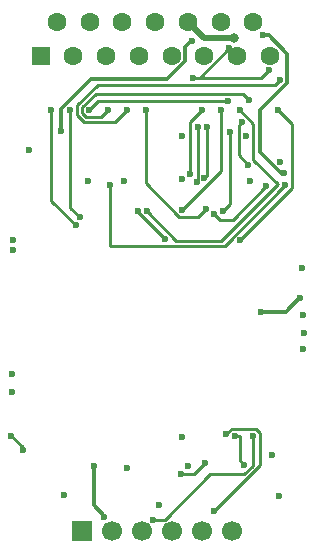
<source format=gbr>
%TF.GenerationSoftware,KiCad,Pcbnew,9.0.3*%
%TF.CreationDate,2025-12-13T00:06:23+05:30*%
%TF.ProjectId,vga,7667612e-6b69-4636-9164-5f7063625858,rev?*%
%TF.SameCoordinates,Original*%
%TF.FileFunction,Copper,L4,Bot*%
%TF.FilePolarity,Positive*%
%FSLAX46Y46*%
G04 Gerber Fmt 4.6, Leading zero omitted, Abs format (unit mm)*
G04 Created by KiCad (PCBNEW 9.0.3) date 2025-12-13 00:06:23*
%MOMM*%
%LPD*%
G01*
G04 APERTURE LIST*
%TA.AperFunction,ComponentPad*%
%ADD10R,1.700000X1.700000*%
%TD*%
%TA.AperFunction,ComponentPad*%
%ADD11C,1.700000*%
%TD*%
%TA.AperFunction,ComponentPad*%
%ADD12R,1.600000X1.600000*%
%TD*%
%TA.AperFunction,ComponentPad*%
%ADD13C,1.600000*%
%TD*%
%TA.AperFunction,ViaPad*%
%ADD14C,0.600000*%
%TD*%
%TA.AperFunction,ViaPad*%
%ADD15C,0.800000*%
%TD*%
%TA.AperFunction,Conductor*%
%ADD16C,0.300000*%
%TD*%
%TA.AperFunction,Conductor*%
%ADD17C,0.250000*%
%TD*%
%TA.AperFunction,Conductor*%
%ADD18C,0.500000*%
%TD*%
G04 APERTURE END LIST*
D10*
%TO.P,J_PROG1,1,Pin_1*%
%TO.N,GND*%
X92220000Y-92590000D03*
D11*
%TO.P,J_PROG1,2,Pin_2*%
%TO.N,+3.3V*%
X94760000Y-92590000D03*
%TO.P,J_PROG1,3,Pin_3*%
%TO.N,/SCK*%
X97300000Y-92590000D03*
%TO.P,J_PROG1,4,Pin_4*%
%TO.N,/SDI*%
X99840000Y-92590000D03*
%TO.P,J_PROG1,5,Pin_5*%
%TO.N,/SDO*%
X102380000Y-92590000D03*
%TO.P,J_PROG1,6,Pin_6*%
%TO.N,/SS*%
X104920000Y-92590000D03*
%TD*%
D12*
%TO.P,J1,1*%
%TO.N,/VGA_RED_OUT*%
X88725000Y-52355331D03*
D13*
%TO.P,J1,2*%
%TO.N,/VGA_GREEN_OUT*%
X91495000Y-52355331D03*
%TO.P,J1,3*%
%TO.N,/VGA_BLUE_OUT*%
X94265000Y-52355331D03*
%TO.P,J1,4*%
%TO.N,unconnected-(J1-Pad4)*%
X97035000Y-52355331D03*
%TO.P,J1,5*%
%TO.N,GND*%
X99805000Y-52355331D03*
%TO.P,J1,6*%
X102575000Y-52355331D03*
%TO.P,J1,7*%
X105345000Y-52355331D03*
%TO.P,J1,8*%
X108115000Y-52355331D03*
%TO.P,J1,9*%
%TO.N,unconnected-(J1-Pad9)*%
X90110000Y-49515331D03*
%TO.P,J1,10*%
%TO.N,unconnected-(J1-Pad10)*%
X92880000Y-49515331D03*
%TO.P,J1,11*%
%TO.N,unconnected-(J1-Pad11)*%
X95650000Y-49515331D03*
%TO.P,J1,12*%
%TO.N,unconnected-(J1-Pad12)*%
X98420000Y-49515331D03*
%TO.P,J1,13*%
%TO.N,/HSYNC*%
X101190000Y-49515331D03*
%TO.P,J1,14*%
%TO.N,/VSYNC*%
X103960000Y-49515331D03*
%TO.P,J1,15*%
%TO.N,unconnected-(J1-Pad15)*%
X106730000Y-49515331D03*
%TD*%
D14*
%TO.N,VCCINT*%
X109320000Y-62340000D03*
X107520000Y-50640000D03*
X101520000Y-51140000D03*
X90420000Y-58740000D03*
%TO.N,+3.3V*%
X94120000Y-91440000D03*
%TO.N,VCCINT*%
X107420000Y-74040000D03*
X110720000Y-72871245D03*
%TO.N,Net-(U1A-IOT_78)*%
X96020000Y-56990000D03*
X108950331Y-54409669D03*
X107813413Y-63433413D03*
X103426511Y-65765000D03*
%TO.N,Net-(U1A-IOT_77)*%
X94420000Y-56990000D03*
X106346824Y-56078354D03*
X105764015Y-57947188D03*
X106304620Y-61624620D03*
%TO.N,Net-(U1A-IOT_76)*%
X92820000Y-56990000D03*
X104770764Y-58790764D03*
X104559817Y-56192198D03*
X104145000Y-65549879D03*
%TO.N,Net-(U1A-IOT_75)*%
X91220000Y-56990000D03*
X92062822Y-66066932D03*
%TO.N,Net-(U1A-IOT_74)*%
X89620000Y-56990000D03*
X91683603Y-66714000D03*
%TO.N,Net-(U1A-IOT_85_GBIN0)*%
X108820000Y-56990000D03*
X105570000Y-68003172D03*
X99231828Y-67865000D03*
X96970050Y-65548879D03*
%TO.N,Net-(U1A-IOT_84_GBIN1)*%
X105620000Y-56990000D03*
X97720000Y-65540000D03*
%TO.N,Net-(U1A-IOT_87)*%
X109420000Y-63340000D03*
X94612568Y-63308641D03*
%TO.N,Net-(U1A-IOT_79)*%
X97620000Y-56990000D03*
X102719999Y-65361351D03*
%TO.N,Net-(U1A-IOT_80)*%
X102770003Y-58389000D03*
X102595000Y-62693070D03*
%TO.N,Net-(U1A-IOT_81)*%
X102020000Y-58389000D03*
X101960642Y-63094781D03*
%TO.N,Net-(U1A-IOT_82)*%
X101385642Y-62396239D03*
X102420000Y-56990000D03*
%TO.N,Net-(U1A-IOT_83)*%
X104020000Y-56990000D03*
X100707989Y-65454680D03*
%TO.N,GND*%
X108100330Y-53559669D03*
X104710000Y-51710417D03*
X101620000Y-54240000D03*
D15*
%TO.N,/HSYNC*%
X105120000Y-50840000D03*
D14*
%TO.N,+3.3V*%
X111020000Y-75840000D03*
X86320000Y-80840000D03*
X110820000Y-70340000D03*
X101220000Y-87140000D03*
X108320000Y-86140000D03*
X100720000Y-62840000D03*
X86420000Y-68840000D03*
X106120000Y-59140000D03*
X93220000Y-87140000D03*
X95820000Y-62940000D03*
%TO.N,GND*%
X86220000Y-84540000D03*
X110920000Y-77240000D03*
X87220000Y-85740000D03*
X98720000Y-90440000D03*
X92720000Y-62940000D03*
X109020000Y-61340000D03*
X86420000Y-67940000D03*
X100720000Y-84640000D03*
X108920000Y-89640000D03*
X100720000Y-59140000D03*
%TO.N,VCCINT*%
X87720000Y-60340000D03*
X106420000Y-62940000D03*
X86320000Y-79340000D03*
X110920000Y-74340000D03*
X96020000Y-87240000D03*
%TO.N,/SDI*%
X105982836Y-87002837D03*
X105220000Y-84540000D03*
%TO.N,/SDO*%
X104420000Y-84440000D03*
X103420000Y-90940000D03*
%TO.N,/SCK*%
X106728072Y-84527500D03*
X98220000Y-91640000D03*
%TO.N,Net-(U1C-IOB_42_CBSEL0)*%
X100570000Y-87766101D03*
X102620000Y-86840000D03*
%TO.N,VCCPLL*%
X90720000Y-89540000D03*
%TD*%
D16*
%TO.N,VCCINT*%
X90420000Y-56869346D02*
X90420000Y-58740000D01*
X92949346Y-54340000D02*
X90420000Y-56869346D01*
X99448091Y-54340000D02*
X92949346Y-54340000D01*
X100956000Y-51604000D02*
X100956000Y-52832091D01*
X101520000Y-51040000D02*
X100956000Y-51604000D01*
X100956000Y-52832091D02*
X99448091Y-54340000D01*
X108027429Y-50640000D02*
X107520000Y-50640000D01*
X109601331Y-52213902D02*
X108027429Y-50640000D01*
X109601331Y-54679323D02*
X109601331Y-52213902D01*
X107320000Y-56960654D02*
X109601331Y-54679323D01*
X107320000Y-60560654D02*
X107320000Y-56960654D01*
X109320000Y-62340000D02*
X109099346Y-62340000D01*
X109099346Y-62340000D02*
X107320000Y-60560654D01*
%TO.N,+3.3V*%
X94120000Y-91340000D02*
X93220000Y-90440000D01*
X93220000Y-90440000D02*
X93220000Y-87140000D01*
X94120000Y-91440000D02*
X94120000Y-91340000D01*
D17*
%TO.N,/SCK*%
X106728072Y-87072189D02*
X106728072Y-84527500D01*
X105984261Y-87816000D02*
X106728072Y-87072189D01*
%TO.N,Net-(U1A-IOT_78)*%
X92423564Y-57975252D02*
X95034748Y-57975252D01*
X91843000Y-57394688D02*
X92423564Y-57975252D01*
X91843000Y-56585312D02*
X91843000Y-57394688D01*
X93612312Y-54816000D02*
X91843000Y-56585312D01*
X108950331Y-54409669D02*
X108544000Y-54816000D01*
X108544000Y-54816000D02*
X93612312Y-54816000D01*
X95034748Y-57975252D02*
X96020000Y-56990000D01*
X105006826Y-66240000D02*
X107813413Y-63433413D01*
X103426511Y-65765000D02*
X103901511Y-66240000D01*
X103901511Y-66240000D02*
X105006826Y-66240000D01*
%TO.N,Net-(U1A-IOT_76)*%
X104770764Y-64924115D02*
X104770764Y-58790764D01*
X104145000Y-65549879D02*
X104770764Y-64924115D01*
%TO.N,Net-(U1A-IOT_77)*%
X93835748Y-57574252D02*
X94420000Y-56990000D01*
X92244000Y-56751412D02*
X92244000Y-57228588D01*
X93379214Y-55616198D02*
X92244000Y-56751412D01*
X106346824Y-56078354D02*
X105884668Y-55616198D01*
X92589664Y-57574252D02*
X93835748Y-57574252D01*
X92244000Y-57228588D02*
X92589664Y-57574252D01*
X105884668Y-55616198D02*
X93379214Y-55616198D01*
X105494000Y-58217203D02*
X105764015Y-57947188D01*
X105494000Y-60814000D02*
X105494000Y-58217203D01*
X106304620Y-61624620D02*
X105494000Y-60814000D01*
%TO.N,Net-(U1A-IOT_76)*%
X93617802Y-56192198D02*
X92820000Y-56990000D01*
X104559817Y-56192198D02*
X93617802Y-56192198D01*
%TO.N,Net-(U1A-IOT_75)*%
X91220000Y-65224110D02*
X91220000Y-56990000D01*
X92062822Y-66066932D02*
X91220000Y-65224110D01*
%TO.N,Net-(U1A-IOT_74)*%
X91683603Y-66714000D02*
X89620000Y-64650397D01*
X89620000Y-64650397D02*
X89620000Y-56990000D01*
%TO.N,Net-(U1A-IOT_85_GBIN0)*%
X109996000Y-58166000D02*
X108820000Y-56990000D01*
X109996000Y-63577172D02*
X109996000Y-58166000D01*
X105570000Y-68003172D02*
X109996000Y-63577172D01*
X96970050Y-65603224D02*
X99231828Y-67865000D01*
X96970050Y-65548879D02*
X96970050Y-65603224D01*
%TO.N,Net-(U1A-IOT_84_GBIN1)*%
X106746000Y-58116000D02*
X105620000Y-56990000D01*
X106746000Y-61166000D02*
X106746000Y-58116000D01*
X108820000Y-63240000D02*
X106746000Y-61166000D01*
X104021000Y-68039000D02*
X108820000Y-63240000D01*
X100219000Y-68039000D02*
X104021000Y-68039000D01*
X97720000Y-65540000D02*
X100219000Y-68039000D01*
%TO.N,Net-(U1A-IOT_87)*%
X104320000Y-68440000D02*
X109420000Y-63340000D01*
X94612568Y-68432568D02*
X94620000Y-68440000D01*
X94612568Y-63308641D02*
X94612568Y-68432568D01*
X94620000Y-68440000D02*
X104320000Y-68440000D01*
%TO.N,Net-(U1A-IOT_79)*%
X102050670Y-66030680D02*
X100469401Y-66030680D01*
X100469401Y-66030680D02*
X97620000Y-63181279D01*
X102719999Y-65361351D02*
X102050670Y-66030680D01*
X97620000Y-63181279D02*
X97620000Y-56990000D01*
%TO.N,Net-(U1A-IOT_80)*%
X102770003Y-62518067D02*
X102770003Y-58389000D01*
X102595000Y-62693070D02*
X102770003Y-62518067D01*
%TO.N,Net-(U1A-IOT_81)*%
X102020000Y-63035423D02*
X102020000Y-58389000D01*
X101960642Y-63094781D02*
X102020000Y-63035423D01*
%TO.N,Net-(U1A-IOT_82)*%
X101385642Y-58024358D02*
X102420000Y-56990000D01*
X101385642Y-62396239D02*
X101385642Y-58024358D01*
%TO.N,Net-(U1A-IOT_83)*%
X104020000Y-62142669D02*
X104020000Y-56990000D01*
X100707989Y-65454680D02*
X104020000Y-62142669D01*
%TO.N,GND*%
X107419999Y-54240000D02*
X101620000Y-54240000D01*
X108100330Y-53559669D02*
X107419999Y-54240000D01*
X104710000Y-51710417D02*
X102180417Y-54240000D01*
X102180417Y-54240000D02*
X101620000Y-54240000D01*
D18*
%TO.N,/HSYNC*%
X102514669Y-50840000D02*
X101190000Y-49515331D01*
X105120000Y-50840000D02*
X102514669Y-50840000D01*
D17*
%TO.N,GND*%
X87220000Y-85740000D02*
X87220000Y-85540000D01*
X87220000Y-85540000D02*
X86220000Y-84540000D01*
D16*
%TO.N,VCCINT*%
X107420000Y-74040000D02*
X109520000Y-74040000D01*
X109520000Y-74040000D02*
X110720000Y-72840000D01*
D17*
%TO.N,/SDI*%
X105587100Y-84540000D02*
X105220000Y-84540000D01*
X105587100Y-84540000D02*
X105587100Y-86607101D01*
X105587100Y-86607101D02*
X105982836Y-87002837D01*
%TO.N,/SDO*%
X104908500Y-83951500D02*
X104420000Y-84440000D01*
X107304072Y-84288912D02*
X106966660Y-83951500D01*
X103927361Y-90440000D02*
X107304072Y-87063289D01*
X103420000Y-90940000D02*
X103427361Y-90940000D01*
X103920000Y-90440000D02*
X103927361Y-90440000D01*
X103420000Y-90940000D02*
X103920000Y-90440000D01*
X107304072Y-87063289D02*
X107304072Y-84288912D01*
X106966660Y-83951500D02*
X104908500Y-83951500D01*
%TO.N,/SCK*%
X103044000Y-87816000D02*
X105984261Y-87816000D01*
X98220000Y-91640000D02*
X99220000Y-91640000D01*
X106730286Y-84529714D02*
X106728072Y-84527500D01*
X99220000Y-91640000D02*
X103044000Y-87816000D01*
%TO.N,Net-(U1C-IOB_42_CBSEL0)*%
X100570000Y-87766101D02*
X101693899Y-87766101D01*
X101693899Y-87766101D02*
X102620000Y-86840000D01*
%TD*%
M02*

</source>
